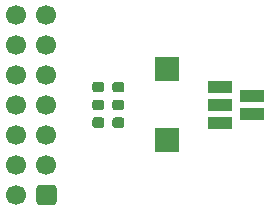
<source format=gts>
G04 #@! TF.GenerationSoftware,KiCad,Pcbnew,(5.1.9-0-10_14)*
G04 #@! TF.CreationDate,2021-04-11T20:09:15+09:00*
G04 #@! TF.ProjectId,RL78DebugConnector,524c3738-4465-4627-9567-436f6e6e6563,V1.0*
G04 #@! TF.SameCoordinates,Original*
G04 #@! TF.FileFunction,Soldermask,Top*
G04 #@! TF.FilePolarity,Negative*
%FSLAX46Y46*%
G04 Gerber Fmt 4.6, Leading zero omitted, Abs format (unit mm)*
G04 Created by KiCad (PCBNEW (5.1.9-0-10_14)) date 2021-04-11 20:09:15*
%MOMM*%
%LPD*%
G01*
G04 APERTURE LIST*
%ADD10R,2.000000X1.000000*%
%ADD11C,1.700000*%
%ADD12R,2.000000X2.000000*%
G04 APERTURE END LIST*
D10*
X6000000Y1500000D03*
X8700000Y750000D03*
X6000000Y0D03*
X8700000Y-750000D03*
X6000000Y-1500000D03*
G36*
G01*
X-7880000Y-7020000D02*
X-7880000Y-8220000D01*
G75*
G02*
X-8130000Y-8470000I-250000J0D01*
G01*
X-9330000Y-8470000D01*
G75*
G02*
X-9580000Y-8220000I0J250000D01*
G01*
X-9580000Y-7020000D01*
G75*
G02*
X-9330000Y-6770000I250000J0D01*
G01*
X-8130000Y-6770000D01*
G75*
G02*
X-7880000Y-7020000I0J-250000D01*
G01*
G37*
D11*
X-8730000Y-5080000D03*
X-8730000Y-2540000D03*
X-8730000Y0D03*
X-8730000Y2540000D03*
X-8730000Y5080000D03*
X-8730000Y7620000D03*
X-11270000Y-7620000D03*
X-11270000Y-5080000D03*
X-11270000Y-2540000D03*
X-11270000Y0D03*
X-11270000Y2540000D03*
X-11270000Y5080000D03*
X-11270000Y7620000D03*
D12*
X1500000Y-3000000D03*
X1500000Y3000000D03*
G36*
G01*
X-4850000Y-225000D02*
X-4850000Y225000D01*
G75*
G02*
X-4625000Y450000I225000J0D01*
G01*
X-4075000Y450000D01*
G75*
G02*
X-3850000Y225000I0J-225000D01*
G01*
X-3850000Y-225000D01*
G75*
G02*
X-4075000Y-450000I-225000J0D01*
G01*
X-4625000Y-450000D01*
G75*
G02*
X-4850000Y-225000I0J225000D01*
G01*
G37*
G36*
G01*
X-3150000Y-225000D02*
X-3150000Y225000D01*
G75*
G02*
X-2925000Y450000I225000J0D01*
G01*
X-2375000Y450000D01*
G75*
G02*
X-2150000Y225000I0J-225000D01*
G01*
X-2150000Y-225000D01*
G75*
G02*
X-2375000Y-450000I-225000J0D01*
G01*
X-2925000Y-450000D01*
G75*
G02*
X-3150000Y-225000I0J225000D01*
G01*
G37*
G36*
G01*
X-4850000Y-1725000D02*
X-4850000Y-1275000D01*
G75*
G02*
X-4625000Y-1050000I225000J0D01*
G01*
X-4075000Y-1050000D01*
G75*
G02*
X-3850000Y-1275000I0J-225000D01*
G01*
X-3850000Y-1725000D01*
G75*
G02*
X-4075000Y-1950000I-225000J0D01*
G01*
X-4625000Y-1950000D01*
G75*
G02*
X-4850000Y-1725000I0J225000D01*
G01*
G37*
G36*
G01*
X-3150000Y-1725000D02*
X-3150000Y-1275000D01*
G75*
G02*
X-2925000Y-1050000I225000J0D01*
G01*
X-2375000Y-1050000D01*
G75*
G02*
X-2150000Y-1275000I0J-225000D01*
G01*
X-2150000Y-1725000D01*
G75*
G02*
X-2375000Y-1950000I-225000J0D01*
G01*
X-2925000Y-1950000D01*
G75*
G02*
X-3150000Y-1725000I0J225000D01*
G01*
G37*
G36*
G01*
X-2150000Y1725000D02*
X-2150000Y1275000D01*
G75*
G02*
X-2375000Y1050000I-225000J0D01*
G01*
X-2925000Y1050000D01*
G75*
G02*
X-3150000Y1275000I0J225000D01*
G01*
X-3150000Y1725000D01*
G75*
G02*
X-2925000Y1950000I225000J0D01*
G01*
X-2375000Y1950000D01*
G75*
G02*
X-2150000Y1725000I0J-225000D01*
G01*
G37*
G36*
G01*
X-3850000Y1725000D02*
X-3850000Y1275000D01*
G75*
G02*
X-4075000Y1050000I-225000J0D01*
G01*
X-4625000Y1050000D01*
G75*
G02*
X-4850000Y1275000I0J225000D01*
G01*
X-4850000Y1725000D01*
G75*
G02*
X-4625000Y1950000I225000J0D01*
G01*
X-4075000Y1950000D01*
G75*
G02*
X-3850000Y1725000I0J-225000D01*
G01*
G37*
M02*

</source>
